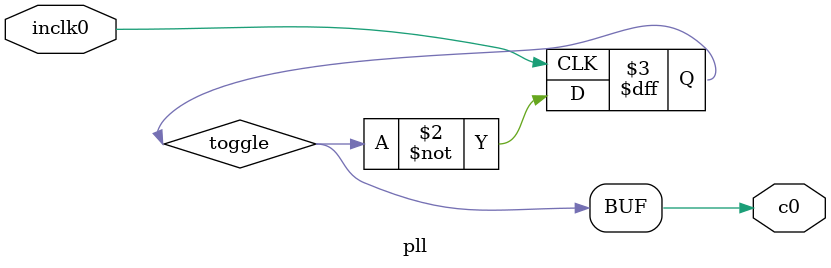
<source format=sv>
module pll (
    input logic inclk0,    // Señal de reloj de entrada
    output logic c0        // Señal de reloj de salida
);

    logic toggle;

    // Flip-flop para dividir por 2
    always @(posedge inclk0) begin
        toggle <= ~toggle;
    end

    // Salida es el valor de toggle, que cambia con cada flanco de subida de inclk0
    assign c0 = toggle;

endmodule

</source>
